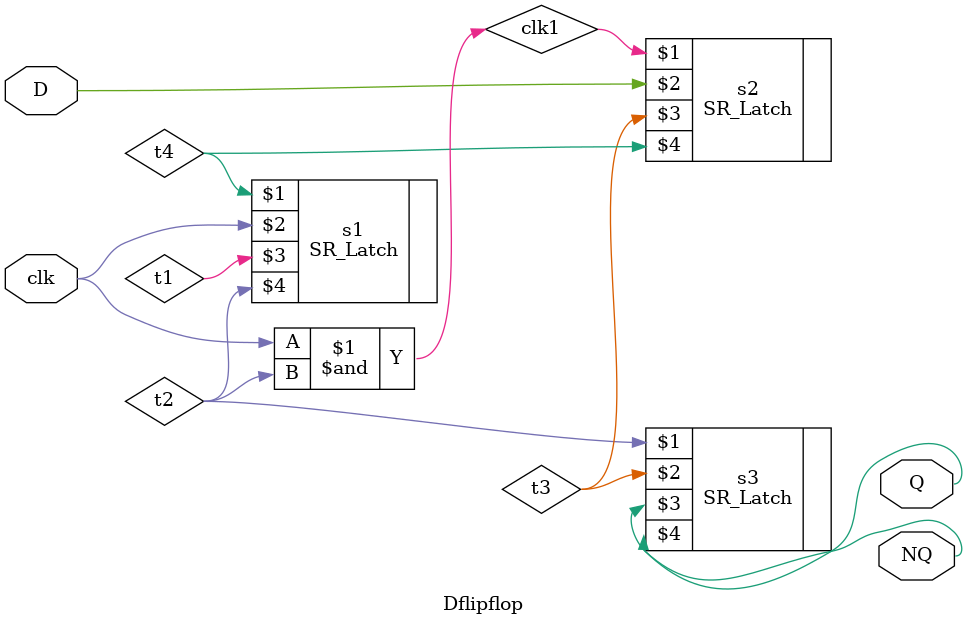
<source format=v>
`timescale 1ns / 1ps


module Dflipflop(
input clk,D,
output Q,NQ
    );
    
wire t1,t2,t3,t4;
wire clk1;

assign clk1=clk&t2;

SR_Latch s1(t4,clk,t1,t2);
SR_Latch s2(clk1,D,t3,t4);
SR_Latch s3(t2,t3,Q,NQ);


endmodule


</source>
